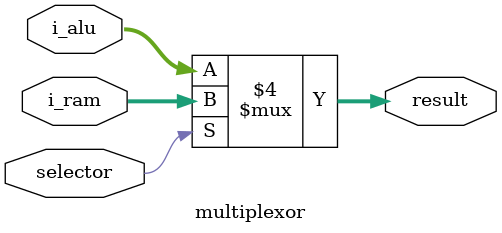
<source format=v>

`timescale 1ns/1ns

module multiplexor(
    input selector,
    input [31:0] i_ram,
    input [31:0] i_alu,
    output reg [31:0] result
);

always @* begin
    if(selector == 1'b1) begin
        result = i_ram;
    end
    else begin
        result = i_alu;
    end
end

endmodule
</source>
